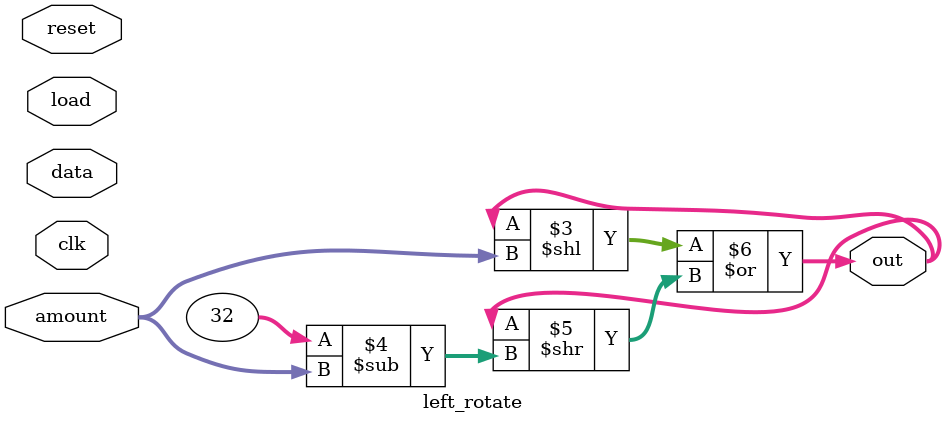
<source format=v>
module left_rotate(clk,reset,amount,data,load,out);
input clk,reset;
input [2:0] amount;
input [7:0] data;
input load;
output reg [7:0] out;
// when load is high, load data to out
// otherwise rotate the out register followed by left shift the out register by amount bits
assign load = (out[0]>>load)&load;
assign out = out<<amount | out>>(32-amount);
endmodule

</source>
